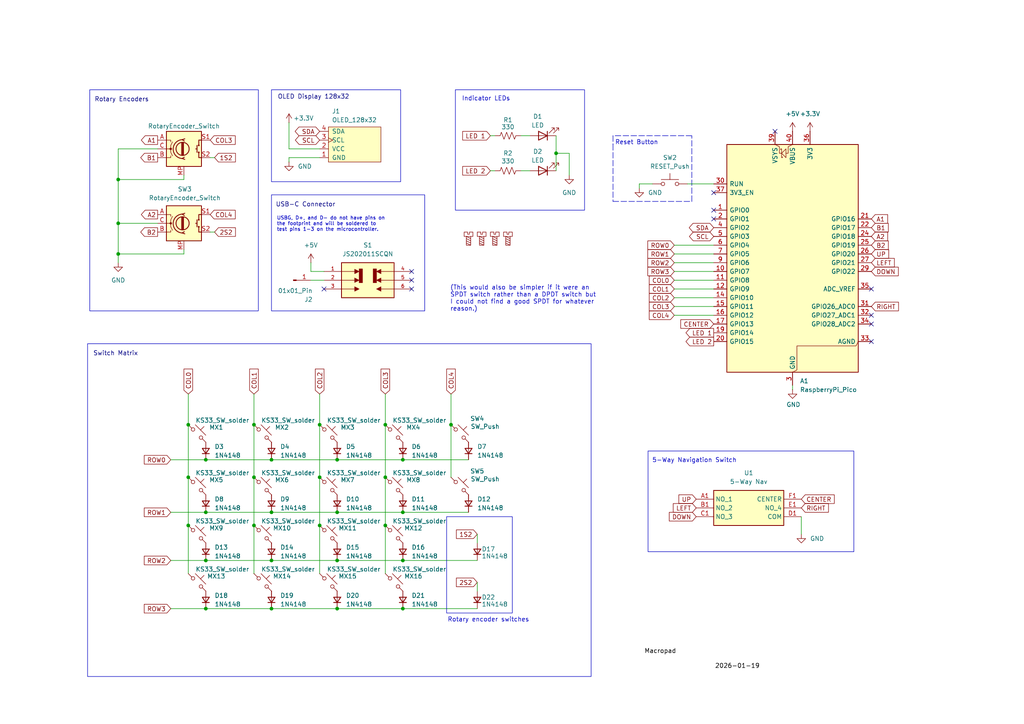
<source format=kicad_sch>
(kicad_sch (version 20250114) (generator "eeschema") (generator_version "9.0")
  (paper "A4")
  (rectangle (start 187.96 130.81) (end 247.65 160.02))
  (rectangle (start 132.08 26.035) (end 169.545 60.96))
  (rectangle (start 78.74 56.5149) (end 123.19 90.1699))
  (rectangle (start 78.74 26.035) (end 116.205 52.705))
  (rectangle (start 129.54 149.86) (end 148.59 177.8))
  (rectangle (start 25.4 99.695) (end 171.45 196.215))
  (rectangle (start 26.035 26.035) (end 74.93 90.17))
  (text "Rotary encoder switches" (at 129.794 179.832 0) (effects (font (size 1.27 1.27)) (justify left)))
  (text "USBG, D+, and D- do not have pins on\nthe footprint and will be soldered to\ntest pins 1-3 on the microcontroller." (at 80.264 65.024 0) (effects (font (size 1.016 1.016)) (justify left)))
  (text "Switch Matrix" (at 33.528 102.616 0) (effects (font (size 1.27 1.27))))
  (text "OLED Display 128x32" (at 90.932 28.194 0) (effects (font (size 1.27 1.27))))
  (text "USB-C Connector" (at 88.646 59.436 0) (effects (font (size 1.27 1.27))))
  (text "(This would also be simpler if it were an \nSPDT switch rather than a DPDT switch but \nI could not find a good SPDT for whatever \nreason.)\n" (at 130.556 86.614 0) (effects (font (size 1.27 1.27)) (justify left)))
  (text "2026-01-19" (at 213.868 193.294 0) (effects (font (size 1.27 1.27))))
  (text "Macropad" (at 191.516 188.976 0) (effects (font (size 1.27 1.27))))
  (text "Reset Button" (at 184.658 41.402 0) (effects (font (size 1.27 1.27))))
  (text "5-Way Navigation Switch" (at 201.422 133.604 0) (effects (font (size 1.27 1.27))))
  (text "Indicator LEDs" (at 140.97 28.702 0) (effects (font (size 1.27 1.27))))
  (text "Rotary Encoders" (at 35.306 28.956 0) (effects (font (size 1.27 1.27))))
  (junction (at 116.84 176.53))
  (junction (at 97.79 176.53))
  (junction (at 111.76 152.4))
  (junction (at 97.79 162.56))
  (junction (at 97.79 148.59))
  (junction (at 116.84 148.59))
  (junction (at 59.69 176.53))
  (junction (at 73.66 152.4))
  (junction (at 34.29 64.77))
  (junction (at 97.79 133.35))
  (junction (at 59.69 162.56))
  (junction (at 59.69 133.35))
  (junction (at 59.69 148.59))
  (junction (at 92.71 138.43))
  (junction (at 34.29 73.66))
  (junction (at 73.66 138.43))
  (junction (at 111.76 138.43))
  (junction (at 78.74 133.35))
  (junction (at 78.74 148.59))
  (junction (at 130.81 123.19))
  (junction (at 92.71 152.4))
  (junction (at 111.76 123.19))
  (junction (at 78.74 162.56))
  (junction (at 116.84 133.35))
  (junction (at 73.66 123.19))
  (junction (at 34.29 52.07))
  (junction (at 116.84 162.56))
  (junction (at 54.61 152.4))
  (junction (at 54.61 138.43))
  (junction (at 54.61 123.19))
  (junction (at 78.74 176.53))
  (junction (at 92.71 123.19))
  (junction (at 161.29 44.45))
  (no_connect (at 252.73 83.82))
  (no_connect (at 252.73 99.06))
  (no_connect (at 207.01 60.96))
  (no_connect (at 119.38 81.28))
  (no_connect (at 207.01 55.88))
  (no_connect (at 224.79 38.1))
  (no_connect (at 207.01 63.5))
  (no_connect (at 119.38 83.82))
  (no_connect (at 119.38 78.74))
  (no_connect (at 252.73 93.98))
  (no_connect (at 252.73 91.44))
  (no_connect (at 93.98 83.82))
  (wire (pts (xy 59.69 162.56) (xy 78.74 162.56)))
  (wire (pts (xy 116.84 176.53) (xy 138.43 176.53)))
  (wire (pts (xy 229.87 111.76) (xy 229.87 113.03)))
  (wire (pts (xy 111.76 138.43) (xy 111.76 152.4)))
  (wire (pts (xy 59.69 176.53) (xy 78.74 176.53)))
  (wire (pts (xy 49.53 133.35) (xy 59.69 133.35)))
  (wire (pts (xy 199.39 53.34) (xy 207.01 53.34)))
  (polyline (pts (xy 200.66 58.42) (xy 200.66 39.37)) (stroke (width 0) (type dash)))
  (wire (pts (xy 143.51 49.53) (xy 142.24 49.53)))
  (wire (pts (xy 165.1 44.45) (xy 165.1 50.8)))
  (wire (pts (xy 138.43 168.91) (xy 138.43 171.45)))
  (wire (pts (xy 62.23 45.72) (xy 60.96 45.72)))
  (wire (pts (xy 195.58 83.82) (xy 207.01 83.82)))
  (wire (pts (xy 97.79 133.35) (xy 116.84 133.35)))
  (wire (pts (xy 90.17 76.2) (xy 90.17 78.74)))
  (wire (pts (xy 161.29 44.45) (xy 165.1 44.45)))
  (wire (pts (xy 195.58 71.12) (xy 207.01 71.12)))
  (wire (pts (xy 54.61 138.43) (xy 54.61 152.4)))
  (wire (pts (xy 195.58 91.44) (xy 207.01 91.44)))
  (wire (pts (xy 78.74 133.35) (xy 97.79 133.35)))
  (wire (pts (xy 73.66 152.4) (xy 73.66 166.37)))
  (wire (pts (xy 54.61 114.3) (xy 54.61 123.19)))
  (wire (pts (xy 111.76 114.3) (xy 111.76 123.19)))
  (wire (pts (xy 54.61 123.19) (xy 54.61 138.43)))
  (wire (pts (xy 34.29 73.66) (xy 34.29 76.2)))
  (wire (pts (xy 83.82 43.18) (xy 92.71 43.18)))
  (wire (pts (xy 53.34 50.8) (xy 53.34 52.07)))
  (wire (pts (xy 90.17 81.28) (xy 93.98 81.28)))
  (wire (pts (xy 232.41 149.86) (xy 232.41 154.94)))
  (wire (pts (xy 49.53 162.56) (xy 59.69 162.56)))
  (wire (pts (xy 195.58 86.36) (xy 207.01 86.36)))
  (wire (pts (xy 130.81 123.19) (xy 130.81 138.43)))
  (wire (pts (xy 34.29 52.07) (xy 53.34 52.07)))
  (wire (pts (xy 78.74 148.59) (xy 97.79 148.59)))
  (wire (pts (xy 195.58 76.2) (xy 207.01 76.2)))
  (wire (pts (xy 59.69 133.35) (xy 78.74 133.35)))
  (wire (pts (xy 53.34 73.66) (xy 34.29 73.66)))
  (wire (pts (xy 92.71 138.43) (xy 92.71 152.4)))
  (wire (pts (xy 130.81 114.3) (xy 130.81 123.19)))
  (wire (pts (xy 93.98 78.74) (xy 90.17 78.74)))
  (polyline (pts (xy 177.8 58.42) (xy 200.66 58.42)) (stroke (width 0) (type dash)))
  (wire (pts (xy 116.84 133.35) (xy 135.89 133.35)))
  (wire (pts (xy 53.34 72.39) (xy 53.34 73.66)))
  (wire (pts (xy 34.29 64.77) (xy 34.29 73.66)))
  (wire (pts (xy 49.53 148.59) (xy 59.69 148.59)))
  (wire (pts (xy 111.76 123.19) (xy 111.76 138.43)))
  (wire (pts (xy 45.72 64.77) (xy 34.29 64.77)))
  (wire (pts (xy 62.23 67.31) (xy 60.96 67.31)))
  (wire (pts (xy 185.42 53.34) (xy 189.23 53.34)))
  (wire (pts (xy 161.29 44.45) (xy 161.29 49.53)))
  (wire (pts (xy 153.67 39.37) (xy 151.13 39.37)))
  (wire (pts (xy 49.53 176.53) (xy 59.69 176.53)))
  (polyline (pts (xy 177.8 41.91) (xy 177.8 58.42)) (stroke (width 0) (type dash)))
  (polyline (pts (xy 177.8 39.37) (xy 177.8 41.91)) (stroke (width 0) (type dash)))
  (wire (pts (xy 97.79 162.56) (xy 116.84 162.56)))
  (wire (pts (xy 195.58 73.66) (xy 207.01 73.66)))
  (wire (pts (xy 185.42 54.61) (xy 185.42 53.34)))
  (wire (pts (xy 195.58 81.28) (xy 207.01 81.28)))
  (wire (pts (xy 59.69 148.59) (xy 78.74 148.59)))
  (wire (pts (xy 73.66 114.3) (xy 73.66 123.19)))
  (wire (pts (xy 153.67 49.53) (xy 151.13 49.53)))
  (wire (pts (xy 34.29 43.18) (xy 45.72 43.18)))
  (wire (pts (xy 138.43 154.94) (xy 138.43 157.48)))
  (wire (pts (xy 83.82 35.56) (xy 83.82 43.18)))
  (wire (pts (xy 97.79 148.59) (xy 116.84 148.59)))
  (wire (pts (xy 34.29 52.07) (xy 34.29 64.77)))
  (wire (pts (xy 161.29 39.37) (xy 161.29 44.45)))
  (wire (pts (xy 116.84 162.56) (xy 138.43 162.56)))
  (wire (pts (xy 195.58 78.74) (xy 207.01 78.74)))
  (wire (pts (xy 111.76 152.4) (xy 111.76 166.37)))
  (wire (pts (xy 73.66 138.43) (xy 73.66 152.4)))
  (wire (pts (xy 143.51 39.37) (xy 142.24 39.37)))
  (wire (pts (xy 83.82 45.72) (xy 83.82 46.99)))
  (wire (pts (xy 83.82 45.72) (xy 92.71 45.72)))
  (wire (pts (xy 34.29 43.18) (xy 34.29 52.07)))
  (wire (pts (xy 92.71 114.3) (xy 92.71 123.19)))
  (polyline (pts (xy 200.66 39.37) (xy 177.8 39.37)) (stroke (width 0) (type dash)))
  (wire (pts (xy 97.79 176.53) (xy 116.84 176.53)))
  (wire (pts (xy 92.71 123.19) (xy 92.71 138.43)))
  (wire (pts (xy 54.61 152.4) (xy 54.61 166.37)))
  (wire (pts (xy 78.74 162.56) (xy 97.79 162.56)))
  (wire (pts (xy 73.66 123.19) (xy 73.66 138.43)))
  (wire (pts (xy 195.58 88.9) (xy 207.01 88.9)))
  (wire (pts (xy 92.71 152.4) (xy 92.71 166.37)))
  (wire (pts (xy 78.74 176.53) (xy 97.79 176.53)))
  (wire (pts (xy 116.84 148.59) (xy 135.89 148.59)))
  (global_label "A1" (shape input) (at 252.73 63.5 0) (property "Intersheetrefs" "${INTERSHEET_REFS}" (effects (hide yes))))
  (global_label "COL0" (shape input) (at 54.61 114.3 90) (property "Intersheetrefs" "${INTERSHEET_REFS}" (effects (hide yes))))
  (global_label "B1" (shape output) (at 45.72 45.72 180) (property "Intersheetrefs" "${INTERSHEET_REFS}" (effects (hide yes))))
  (global_label "B1" (shape input) (at 252.73 66.04 0) (property "Intersheetrefs" "${INTERSHEET_REFS}" (effects (hide yes))))
  (global_label "2S2" (shape input) (at 138.43 168.91 180) (property "Intersheetrefs" "${INTERSHEET_REFS}" (effects (hide yes))))
  (global_label "2S2" (shape input) (at 62.23 67.31 0) (property "Intersheetrefs" "${INTERSHEET_REFS}" (effects (hide yes))))
  (global_label "COL1" (shape input) (at 195.58 83.82 180) (property "Intersheetrefs" "${INTERSHEET_REFS}" (effects (hide yes))))
  (global_label "UP" (shape input) (at 252.73 73.66 0) (property "Intersheetrefs" "${INTERSHEET_REFS}" (effects (hide yes))))
  (global_label "COL1" (shape input) (at 73.66 114.3 90) (property "Intersheetrefs" "${INTERSHEET_REFS}" (effects (hide yes))))
  (global_label "COL4" (shape input) (at 60.96 62.23 0) (property "Intersheetrefs" "${INTERSHEET_REFS}" (effects (hide yes))))
  (global_label "LED 1" (shape output) (at 207.01 96.52 180) (property "Intersheetrefs" "${INTERSHEET_REFS}" (effects (hide yes))))
  (global_label "CENTER" (shape input) (at 232.41 144.78 0) (property "Intersheetrefs" "${INTERSHEET_REFS}" (effects (hide yes))))
  (global_label "1S2" (shape input) (at 138.43 154.94 180) (property "Intersheetrefs" "${INTERSHEET_REFS}" (effects (hide yes))))
  (global_label "B2" (shape input) (at 252.73 71.12 0) (property "Intersheetrefs" "${INTERSHEET_REFS}" (effects (hide yes))))
  (global_label "ROW1" (shape input) (at 195.58 73.66 180) (property "Intersheetrefs" "${INTERSHEET_REFS}" (effects (hide yes))))
  (global_label "B2" (shape output) (at 45.72 67.31 180) (property "Intersheetrefs" "${INTERSHEET_REFS}" (effects (hide yes))))
  (global_label "COL3" (shape input) (at 195.58 88.9 180) (property "Intersheetrefs" "${INTERSHEET_REFS}" (effects (hide yes))))
  (global_label "LEFT" (shape input) (at 201.93 147.32 180) (property "Intersheetrefs" "${INTERSHEET_REFS}" (effects (hide yes))))
  (global_label "ROW1" (shape input) (at 49.53 148.59 180) (property "Intersheetrefs" "${INTERSHEET_REFS}" (effects (hide yes))))
  (global_label "ROW2" (shape input) (at 195.58 76.2 180) (property "Intersheetrefs" "${INTERSHEET_REFS}" (effects (hide yes))))
  (global_label "LED 2" (shape input) (at 142.24 49.53 180) (property "Intersheetrefs" "${INTERSHEET_REFS}" (effects (hide yes))))
  (global_label "1S2" (shape input) (at 62.23 45.72 0) (property "Intersheetrefs" "${INTERSHEET_REFS}" (effects (hide yes))))
  (global_label "COL4" (shape input) (at 130.81 114.3 90) (property "Intersheetrefs" "${INTERSHEET_REFS}" (effects (hide yes))))
  (global_label "RIGHT" (shape input) (at 232.41 147.32 0) (property "Intersheetrefs" "${INTERSHEET_REFS}" (effects (hide yes))))
  (global_label "A2" (shape output) (at 45.72 62.23 180) (property "Intersheetrefs" "${INTERSHEET_REFS}" (effects (hide yes))))
  (global_label "A1" (shape output) (at 45.72 40.64 180) (property "Intersheetrefs" "${INTERSHEET_REFS}" (effects (hide yes))))
  (global_label "LEFT" (shape input) (at 252.73 76.2 0) (property "Intersheetrefs" "${INTERSHEET_REFS}" (effects (hide yes))))
  (global_label "UP" (shape input) (at 201.93 144.78 180) (property "Intersheetrefs" "${INTERSHEET_REFS}" (effects (hide yes))))
  (global_label "ROW0" (shape input) (at 195.58 71.12 180) (property "Intersheetrefs" "${INTERSHEET_REFS}" (effects (hide yes))))
  (global_label "LED 1" (shape input) (at 142.24 39.37 180) (property "Intersheetrefs" "${INTERSHEET_REFS}" (effects (hide yes))))
  (global_label "COL2" (shape input) (at 195.58 86.36 180) (property "Intersheetrefs" "${INTERSHEET_REFS}" (effects (hide yes))))
  (global_label "ROW0" (shape input) (at 49.53 133.35 180) (property "Intersheetrefs" "${INTERSHEET_REFS}" (effects (hide yes))))
  (global_label "SDA" (shape bidirectional) (at 92.71 38.1 180) (property "Intersheetrefs" "${INTERSHEET_REFS}" (effects (hide yes))))
  (global_label "ROW3" (shape input) (at 49.53 176.53 180) (property "Intersheetrefs" "${INTERSHEET_REFS}" (effects (hide yes))))
  (global_label "ROW3" (shape input) (at 195.58 78.74 180) (property "Intersheetrefs" "${INTERSHEET_REFS}" (effects (hide yes))))
  (global_label "COL2" (shape input) (at 92.71 114.3 90) (property "Intersheetrefs" "${INTERSHEET_REFS}" (effects (hide yes))))
  (global_label "COL3" (shape input) (at 60.96 40.64 0) (property "Intersheetrefs" "${INTERSHEET_REFS}" (effects (hide yes))))
  (global_label "COL0" (shape input) (at 195.58 81.28 180) (property "Intersheetrefs" "${INTERSHEET_REFS}" (effects (hide yes))))
  (global_label "SCL" (shape bidirectional) (at 207.01 68.58 180) (property "Intersheetrefs" "${INTERSHEET_REFS}" (effects (hide yes))))
  (global_label "ROW2" (shape input) (at 49.53 162.56 180) (property "Intersheetrefs" "${INTERSHEET_REFS}" (effects (hide yes))))
  (global_label "SDA" (shape bidirectional) (at 207.01 66.04 180) (property "Intersheetrefs" "${INTERSHEET_REFS}" (effects (hide yes))))
  (global_label "COL4" (shape input) (at 195.58 91.44 180) (property "Intersheetrefs" "${INTERSHEET_REFS}" (effects (hide yes))))
  (global_label "COL3" (shape input) (at 111.76 114.3 90) (property "Intersheetrefs" "${INTERSHEET_REFS}" (effects (hide yes))))
  (global_label "A2" (shape input) (at 252.73 68.58 0) (property "Intersheetrefs" "${INTERSHEET_REFS}" (effects (hide yes))))
  (global_label "CENTER" (shape input) (at 207.01 93.98 180) (property "Intersheetrefs" "${INTERSHEET_REFS}" (effects (hide yes))))
  (global_label "DOWN" (shape input) (at 252.73 78.74 0) (property "Intersheetrefs" "${INTERSHEET_REFS}" (effects (hide yes))))
  (global_label "RIGHT" (shape input) (at 252.73 88.9 0) (property "Intersheetrefs" "${INTERSHEET_REFS}" (effects (hide yes))))
  (global_label "LED 2" (shape output) (at 207.01 99.06 180) (property "Intersheetrefs" "${INTERSHEET_REFS}" (effects (hide yes))))
  (global_label "DOWN" (shape input) (at 201.93 149.86 180) (property "Intersheetrefs" "${INTERSHEET_REFS}" (effects (hide yes))))
  (global_label "SCL" (shape bidirectional) (at 92.71 40.64 180) (property "Intersheetrefs" "${INTERSHEET_REFS}" (effects (hide yes))))
  (symbol (lib_id "Switch:SW_Push_45deg") (at 76.2 168.91 0) (unit 1)
    (property "Reference" "MX14" (at 81.788 167.132 0))
    (property "Value" "KS33_SW_solder" (at 83.566 165.1 0))
    (property "Footprint" "Button_Switch_Keyboard:SW_Cherry_MX_1.50u_PCB" (effects (hide yes)))
    (property "Description" "Push button switch, normally open, two pins, 45° tilted" (effects (hide yes)))
  )
  (symbol (lib_id "Switch:SW_Push_45deg") (at 114.3 154.94 0) (unit 1)
    (property "Reference" "MX12" (at 119.888 153.162 0))
    (property "Value" "KS33_SW_solder" (at 121.666 151.13 0))
    (property "Footprint" "Button_Switch_Keyboard:SW_Cherry_MX_1.00u_PCB" (effects (hide yes)))
    (property "Description" "Push button switch, normally open, two pins, 45° tilted" (effects (hide yes)))
  )
  (symbol (lib_id "Device:RotaryEncoder_Switch_MP") (at 53.34 43.18 0) (unit 1)
    (property "Reference" "SW1" (effects (hide yes)))
    (property "Value" "RotaryEncoder_Switch" (at 53.34 36.576 0))
    (property "Footprint" "Rotary_Encoder:RotaryEncoder_Alps_EC11E-Switch_Vertical_H20mm" (effects (hide yes)))
    (property "Description" "Rotary encoder, dual channel, incremental quadrate outputs, with switch and MP Pin" (effects (hide yes)))
  )
  (symbol (lib_id "Device:D_Small") (at 135.89 146.05 90) (unit 1)
    (property "Reference" "D12" (at 138.43 144.7799 90) (effects (justify right)))
    (property "Value" "1N4148" (at 138.43 147.3199 90) (effects (justify right)))
    (property "Footprint" "macropad_components:Diode_DO-35" (effects (hide yes)))
    (property "Description" "Diode, small symbol" (effects (hide yes)))
    (property "Sim.Device" "D" (effects (hide yes)))
    (property "Sim.Pins" "1=K 2=A" (effects (hide yes)))
    (property "MF" "onsemi" (effects (hide yes)))
    (property "MAXIMUM_PACKAGE_HEIGHT" "1.91mm" (effects (hide yes)))
    (property "Package" "AXIAL LEAD-2 ON Semiconductor" (effects (hide yes)))
    (property "Price" "None" (effects (hide yes)))
    (property "Check_prices" "https://www.snapeda.com/parts/1N4148/Onsemi/view-part/?ref=eda" (effects (hide yes)))
    (property "STANDARD" "IPC-7351B" (effects (hide yes)))
    (property "PARTREV" "5" (effects (hide yes)))
    (property "SnapEDA_Link" "https://www.snapeda.com/parts/1N4148/Onsemi/view-part/?ref=snap" (effects (hide yes)))
    (property "MP" "1N4148" (effects (hide yes)))
    (property "Description_1" "Diode Standard 75V 200mA Surface Mount SOD-523F" (effects (hide yes)))
    (property "Availability" "In Stock" (effects (hide yes)))
    (property "MANUFACTURER" "Onsemi" (effects (hide yes)))
  )
  (symbol (lib_id "Switch:SW_Push_45deg") (at 95.25 125.73 0) (unit 1)
    (property "Reference" "MX3" (at 100.838 123.952 0))
    (property "Value" "KS33_SW_solder" (at 102.616 121.92 0))
    (property "Footprint" "Button_Switch_Keyboard:SW_Cherry_MX_1.00u_PCB" (effects (hide yes)))
    (property "Description" "Push button switch, normally open, two pins, 45° tilted" (effects (hide yes)))
  )
  (symbol (lib_id "Switch:SW_Push_45deg") (at 57.15 125.73 0) (unit 1)
    (property "Reference" "MX1" (at 62.738 123.952 0))
    (property "Value" "KS33_SW_solder" (at 64.516 121.92 0))
    (property "Footprint" "Button_Switch_Keyboard:SW_Cherry_MX_1.00u_PCB" (effects (hide yes)))
    (property "Description" "Push button switch, normally open, two pins, 45° tilted" (effects (hide yes)))
  )
  (symbol (lib_id "Auxiliary_Items:MountingScrew") (at 147.32 69.85 0) (unit 1) (in_bom no)
    (property "Reference" "H4" (effects (hide yes)))
    (property "Value" "MountingScrew" (effects (hide yes)))
    (property "Footprint" "MountingHole:MountingHole_2.2mm_M2" (effects (hide yes)))
    (property "Description" "Mounting screw" (effects (hide yes)))
  )
  (symbol (lib_id "ScottoKeebs:OLED_128x32") (at 95.25 41.91 0) (unit 1)
    (property "Reference" "J1" (at 96.266 32.258 0) (effects (justify left)))
    (property "Value" "OLED_128x32" (at 96.266 34.798 0) (effects (justify left)))
    (property "Footprint" "macropad_components:OLED_128x32" (effects (hide yes)))
  )
  (symbol (lib_id "power:+3.3V") (at 234.95 38.1 0) (unit 1)
    (property "Reference" "#PWR03" (effects (hide yes)))
    (property "Value" "+3.3V" (at 234.95 33.02 0))
    (property "Description" "Power symbol creates a global label with name \"+3.3V\"" (effects (hide yes)))
  )
  (symbol (lib_id "Auxiliary_Items:MountingScrew") (at 139.7 69.85 0) (unit 1) (in_bom no)
    (property "Reference" "H2" (effects (hide yes)))
    (property "Value" "MountingScrew" (effects (hide yes)))
    (property "Footprint" "MountingHole:MountingHole_2.2mm_M2" (effects (hide yes)))
    (property "Description" "Mounting screw" (effects (hide yes)))
  )
  (symbol (lib_id "JS202011SCQN:JS202011SCQN") (at 106.68 81.28 0) (unit 1)
    (property "Reference" "S1" (at 106.68 71.12 0))
    (property "Value" "JS202011SCQN" (at 106.68 73.66 0))
    (property "Footprint" "macropad_components:SW_JS202011SCQN" (effects (hide yes)))
    (property "MF" "C&K" (effects (hide yes)))
    (property "MAXIMUM_PACKAGE_HEIGHT" "5.5 mm" (effects (hide yes)))
    (property "Package" "None" (effects (hide yes)))
    (property "Price" "None" (effects (hide yes)))
    (property "Check_prices" "https://www.snapeda.com/parts/JS202011SCQN/C%2526K/view-part/?ref=eda" (effects (hide yes)))
    (property "STANDARD" "Manufacturer Recommendations" (effects (hide yes)))
    (property "PARTREV" "26 May 22" (effects (hide yes)))
    (property "SnapEDA_Link" "https://www.snapeda.com/parts/JS202011SCQN/C%2526K/view-part/?ref=snap" (effects (hide yes)))
    (property "MP" "JS202011SCQN" (effects (hide yes)))
    (property "Description_1" "Slide Switch DPDT Surface Mount" (effects (hide yes)))
    (property "MANUFACTURER" "C&K" (effects (hide yes)))
    (property "Availability" "In Stock" (effects (hide yes)))
    (property "SNAPEDA_PN" "JS202011SCQN" (effects (hide yes)))
  )
  (symbol (lib_id "Device:D_Small") (at 78.74 160.02 90) (unit 1)
    (property "Reference" "D14" (at 81.28 158.7499 90) (effects (justify right)))
    (property "Value" "1N4148" (at 81.28 161.2899 90) (effects (justify right)))
    (property "Footprint" "macropad_components:Diode_DO-35" (effects (hide yes)))
    (property "Description" "Diode, small symbol" (effects (hide yes)))
    (property "Sim.Device" "D" (effects (hide yes)))
    (property "Sim.Pins" "1=K 2=A" (effects (hide yes)))
    (property "MF" "onsemi" (effects (hide yes)))
    (property "MAXIMUM_PACKAGE_HEIGHT" "1.91mm" (effects (hide yes)))
    (property "Package" "AXIAL LEAD-2 ON Semiconductor" (effects (hide yes)))
    (property "Price" "None" (effects (hide yes)))
    (property "Check_prices" "https://www.snapeda.com/parts/1N4148/Onsemi/view-part/?ref=eda" (effects (hide yes)))
    (property "STANDARD" "IPC-7351B" (effects (hide yes)))
    (property "PARTREV" "5" (effects (hide yes)))
    (property "SnapEDA_Link" "https://www.snapeda.com/parts/1N4148/Onsemi/view-part/?ref=snap" (effects (hide yes)))
    (property "MP" "1N4148" (effects (hide yes)))
    (property "Description_1" "Diode Standard 75V 200mA Surface Mount SOD-523F" (effects (hide yes)))
    (property "Availability" "In Stock" (effects (hide yes)))
    (property "MANUFACTURER" "Onsemi" (effects (hide yes)))
  )
  (symbol (lib_id "Device:RotaryEncoder_Switch_MP") (at 53.34 64.77 0) (unit 1)
    (property "Reference" "SW3" (at 53.594 54.864 0))
    (property "Value" "RotaryEncoder_Switch" (at 53.594 57.404 0))
    (property "Footprint" "Rotary_Encoder:RotaryEncoder_Alps_EC11E-Switch_Vertical_H20mm" (effects (hide yes)))
    (property "Description" "Rotary encoder, dual channel, incremental quadrate outputs, with switch and MP Pin" (effects (hide yes)))
  )
  (symbol (lib_id "Switch:SW_Push_45deg") (at 95.25 168.91 0) (unit 1)
    (property "Reference" "MX15" (at 100.838 167.132 0))
    (property "Value" "KS33_SW_solder" (at 102.616 165.1 0))
    (property "Footprint" "Button_Switch_Keyboard:SW_Cherry_MX_1.00u_PCB" (effects (hide yes)))
    (property "Description" "Push button switch, normally open, two pins, 45° tilted" (effects (hide yes)))
  )
  (symbol (lib_id "Device:D_Small") (at 97.79 173.99 90) (unit 1)
    (property "Reference" "D20" (at 100.33 172.7199 90) (effects (justify right)))
    (property "Value" "1N4148" (at 100.33 175.2599 90) (effects (justify right)))
    (property "Footprint" "macropad_components:Diode_DO-35" (effects (hide yes)))
    (property "Description" "Diode, small symbol" (effects (hide yes)))
    (property "Sim.Device" "D" (effects (hide yes)))
    (property "Sim.Pins" "1=K 2=A" (effects (hide yes)))
    (property "MF" "onsemi" (effects (hide yes)))
    (property "MAXIMUM_PACKAGE_HEIGHT" "1.91mm" (effects (hide yes)))
    (property "Package" "AXIAL LEAD-2 ON Semiconductor" (effects (hide yes)))
    (property "Price" "None" (effects (hide yes)))
    (property "Check_prices" "https://www.snapeda.com/parts/1N4148/Onsemi/view-part/?ref=eda" (effects (hide yes)))
    (property "STANDARD" "IPC-7351B" (effects (hide yes)))
    (property "PARTREV" "5" (effects (hide yes)))
    (property "SnapEDA_Link" "https://www.snapeda.com/parts/1N4148/Onsemi/view-part/?ref=snap" (effects (hide yes)))
    (property "MP" "1N4148" (effects (hide yes)))
    (property "Description_1" "Diode Standard 75V 200mA Surface Mount SOD-523F" (effects (hide yes)))
    (property "Availability" "In Stock" (effects (hide yes)))
    (property "MANUFACTURER" "Onsemi" (effects (hide yes)))
  )
  (symbol (lib_id "Device:D_Small") (at 116.84 173.99 90) (unit 1)
    (property "Reference" "D21" (at 119.38 172.7199 90) (effects (justify right)))
    (property "Value" "1N4148" (at 119.38 175.2599 90) (effects (justify right)))
    (property "Footprint" "macropad_components:Diode_DO-35" (effects (hide yes)))
    (property "Description" "Diode, small symbol" (effects (hide yes)))
    (property "Sim.Device" "D" (effects (hide yes)))
    (property "Sim.Pins" "1=K 2=A" (effects (hide yes)))
    (property "MF" "onsemi" (effects (hide yes)))
    (property "MAXIMUM_PACKAGE_HEIGHT" "1.91mm" (effects (hide yes)))
    (property "Package" "AXIAL LEAD-2 ON Semiconductor" (effects (hide yes)))
    (property "Price" "None" (effects (hide yes)))
    (property "Check_prices" "https://www.snapeda.com/parts/1N4148/Onsemi/view-part/?ref=eda" (effects (hide yes)))
    (property "STANDARD" "IPC-7351B" (effects (hide yes)))
    (property "PARTREV" "5" (effects (hide yes)))
    (property "SnapEDA_Link" "https://www.snapeda.com/parts/1N4148/Onsemi/view-part/?ref=snap" (effects (hide yes)))
    (property "MP" "1N4148" (effects (hide yes)))
    (property "Description_1" "Diode Standard 75V 200mA Surface Mount SOD-523F" (effects (hide yes)))
    (property "Availability" "In Stock" (effects (hide yes)))
    (property "MANUFACTURER" "Onsemi" (effects (hide yes)))
  )
  (symbol (lib_id "Device:D_Small") (at 59.69 160.02 90) (unit 1)
    (property "Reference" "D13" (at 62.23 158.7499 90) (effects (justify right)))
    (property "Value" "1N4148" (at 62.23 161.2899 90) (effects (justify right)))
    (property "Footprint" "macropad_components:Diode_DO-35" (effects (hide yes)))
    (property "Description" "Diode, small symbol" (effects (hide yes)))
    (property "Sim.Device" "D" (effects (hide yes)))
    (property "Sim.Pins" "1=K 2=A" (effects (hide yes)))
    (property "MF" "onsemi" (effects (hide yes)))
    (property "MAXIMUM_PACKAGE_HEIGHT" "1.91mm" (effects (hide yes)))
    (property "Package" "AXIAL LEAD-2 ON Semiconductor" (effects (hide yes)))
    (property "Price" "None" (effects (hide yes)))
    (property "Check_prices" "https://www.snapeda.com/parts/1N4148/Onsemi/view-part/?ref=eda" (effects (hide yes)))
    (property "STANDARD" "IPC-7351B" (effects (hide yes)))
    (property "PARTREV" "5" (effects (hide yes)))
    (property "SnapEDA_Link" "https://www.snapeda.com/parts/1N4148/Onsemi/view-part/?ref=snap" (effects (hide yes)))
    (property "MP" "1N4148" (effects (hide yes)))
    (property "Description_1" "Diode Standard 75V 200mA Surface Mount SOD-523F" (effects (hide yes)))
    (property "Availability" "In Stock" (effects (hide yes)))
    (property "MANUFACTURER" "Onsemi" (effects (hide yes)))
  )
  (symbol (lib_id "Device:D_Small") (at 116.84 146.05 90) (unit 1)
    (property "Reference" "D11" (at 119.38 144.7799 90) (effects (justify right)))
    (property "Value" "1N4148" (at 119.38 147.3199 90) (effects (justify right)))
    (property "Footprint" "macropad_components:Diode_DO-35" (effects (hide yes)))
    (property "Description" "Diode, small symbol" (effects (hide yes)))
    (property "Sim.Device" "D" (effects (hide yes)))
    (property "Sim.Pins" "1=K 2=A" (effects (hide yes)))
    (property "MF" "onsemi" (effects (hide yes)))
    (property "MAXIMUM_PACKAGE_HEIGHT" "1.91mm" (effects (hide yes)))
    (property "Package" "AXIAL LEAD-2 ON Semiconductor" (effects (hide yes)))
    (property "Price" "None" (effects (hide yes)))
    (property "Check_prices" "https://www.snapeda.com/parts/1N4148/Onsemi/view-part/?ref=eda" (effects (hide yes)))
    (property "STANDARD" "IPC-7351B" (effects (hide yes)))
    (property "PARTREV" "5" (effects (hide yes)))
    (property "SnapEDA_Link" "https://www.snapeda.com/parts/1N4148/Onsemi/view-part/?ref=snap" (effects (hide yes)))
    (property "MP" "1N4148" (effects (hide yes)))
    (property "Description_1" "Diode Standard 75V 200mA Surface Mount SOD-523F" (effects (hide yes)))
    (property "Availability" "In Stock" (effects (hide yes)))
    (property "MANUFACTURER" "Onsemi" (effects (hide yes)))
  )
  (symbol (lib_id "Switch:SW_Push_45deg") (at 76.2 125.73 0) (unit 1)
    (property "Reference" "MX2" (at 81.788 123.952 0))
    (property "Value" "KS33_SW_solder" (at 83.566 121.92 0))
    (property "Footprint" "Button_Switch_Keyboard:SW_Cherry_MX_1.00u_PCB" (effects (hide yes)))
    (property "Description" "Push button switch, normally open, two pins, 45° tilted" (effects (hide yes)))
  )
  (symbol (lib_id "Device:LED") (at 157.48 49.53 180) (unit 1)
    (property "Reference" "D2" (at 155.956 43.942 0))
    (property "Value" "LED" (at 155.956 46.482 0))
    (property "Footprint" "LED_THT:LED_D3.0mm" (effects (hide yes)))
    (property "Description" "Light emitting diode" (effects (hide yes)))
    (property "Sim.Pins" "1=K 2=A" (effects (hide yes)))
  )
  (symbol (lib_id "power:GND") (at 229.87 113.03 0) (unit 1)
    (property "Reference" "#PWR09" (effects (hide yes)))
    (property "Value" "GND" (at 230.124 117.348 0))
    (property "Description" "Power symbol creates a global label with name \"GND\" , ground" (effects (hide yes)))
  )
  (symbol (lib_id "Device:D_Small") (at 135.89 130.81 90) (unit 1)
    (property "Reference" "D7" (at 138.43 129.5399 90) (effects (justify right)))
    (property "Value" "1N4148" (at 138.43 132.0799 90) (effects (justify right)))
    (property "Footprint" "macropad_components:Diode_DO-35" (effects (hide yes)))
    (property "Description" "Diode, small symbol" (effects (hide yes)))
    (property "Sim.Device" "D" (effects (hide yes)))
    (property "Sim.Pins" "1=K 2=A" (effects (hide yes)))
    (property "MF" "onsemi" (effects (hide yes)))
    (property "MAXIMUM_PACKAGE_HEIGHT" "1.91mm" (effects (hide yes)))
    (property "Package" "AXIAL LEAD-2 ON Semiconductor" (effects (hide yes)))
    (property "Price" "None" (effects (hide yes)))
    (property "Check_prices" "https://www.snapeda.com/parts/1N4148/Onsemi/view-part/?ref=eda" (effects (hide yes)))
    (property "STANDARD" "IPC-7351B" (effects (hide yes)))
    (property "PARTREV" "5" (effects (hide yes)))
    (property "SnapEDA_Link" "https://www.snapeda.com/parts/1N4148/Onsemi/view-part/?ref=snap" (effects (hide yes)))
    (property "MP" "1N4148" (effects (hide yes)))
    (property "Description_1" "Diode Standard 75V 200mA Surface Mount SOD-523F" (effects (hide yes)))
    (property "Availability" "In Stock" (effects (hide yes)))
    (property "MANUFACTURER" "Onsemi" (effects (hide yes)))
  )
  (symbol (lib_id "Device:D_Small") (at 78.74 146.05 90) (unit 1)
    (property "Reference" "D9" (at 81.28 144.7799 90) (effects (justify right)))
    (property "Value" "1N4148" (at 81.28 147.3199 90) (effects (justify right)))
    (property "Footprint" "macropad_components:Diode_DO-35" (effects (hide yes)))
    (property "Description" "Diode, small symbol" (effects (hide yes)))
    (property "Sim.Device" "D" (effects (hide yes)))
    (property "Sim.Pins" "1=K 2=A" (effects (hide yes)))
    (property "MF" "onsemi" (effects (hide yes)))
    (property "MAXIMUM_PACKAGE_HEIGHT" "1.91mm" (effects (hide yes)))
    (property "Package" "AXIAL LEAD-2 ON Semiconductor" (effects (hide yes)))
    (property "Price" "None" (effects (hide yes)))
    (property "Check_prices" "https://www.snapeda.com/parts/1N4148/Onsemi/view-part/?ref=eda" (effects (hide yes)))
    (property "STANDARD" "IPC-7351B" (effects (hide yes)))
    (property "PARTREV" "5" (effects (hide yes)))
    (property "SnapEDA_Link" "https://www.snapeda.com/parts/1N4148/Onsemi/view-part/?ref=snap" (effects (hide yes)))
    (property "MP" "1N4148" (effects (hide yes)))
    (property "Description_1" "Diode Standard 75V 200mA Surface Mount SOD-523F" (effects (hide yes)))
    (property "Availability" "In Stock" (effects (hide yes)))
    (property "MANUFACTURER" "Onsemi" (effects (hide yes)))
  )
  (symbol (lib_id "Switch:SW_Push_45deg") (at 76.2 154.94 0) (unit 1)
    (property "Reference" "MX10" (at 81.788 153.162 0))
    (property "Value" "KS33_SW_solder" (at 83.566 151.13 0))
    (property "Footprint" "Button_Switch_Keyboard:SW_Cherry_MX_1.00u_PCB" (effects (hide yes)))
    (property "Description" "Push button switch, normally open, two pins, 45° tilted" (effects (hide yes)))
  )
  (symbol (lib_id "Switch:SW_Push_45deg") (at 95.25 140.97 0) (unit 1)
    (property "Reference" "MX7" (at 100.838 139.192 0))
    (property "Value" "KS33_SW_solder" (at 102.616 137.16 0))
    (property "Footprint" "Button_Switch_Keyboard:SW_Cherry_MX_1.00u_PCB" (effects (hide yes)))
    (property "Description" "Push button switch, normally open, two pins, 45° tilted" (effects (hide yes)))
  )
  (symbol (lib_id "Device:D_Small") (at 116.84 130.81 90) (unit 1)
    (property "Reference" "D6" (at 119.38 129.5399 90) (effects (justify right)))
    (property "Value" "1N4148" (at 119.38 132.0799 90) (effects (justify right)))
    (property "Footprint" "macropad_components:Diode_DO-35" (effects (hide yes)))
    (property "Description" "Diode, small symbol" (effects (hide yes)))
    (property "Sim.Device" "D" (effects (hide yes)))
    (property "Sim.Pins" "1=K 2=A" (effects (hide yes)))
    (property "MF" "onsemi" (effects (hide yes)))
    (property "MAXIMUM_PACKAGE_HEIGHT" "1.91mm" (effects (hide yes)))
    (property "Package" "AXIAL LEAD-2 ON Semiconductor" (effects (hide yes)))
    (property "Price" "None" (effects (hide yes)))
    (property "Check_prices" "https://www.snapeda.com/parts/1N4148/Onsemi/view-part/?ref=eda" (effects (hide yes)))
    (property "STANDARD" "IPC-7351B" (effects (hide yes)))
    (property "PARTREV" "5" (effects (hide yes)))
    (property "SnapEDA_Link" "https://www.snapeda.com/parts/1N4148/Onsemi/view-part/?ref=snap" (effects (hide yes)))
    (property "MP" "1N4148" (effects (hide yes)))
    (property "Description_1" "Diode Standard 75V 200mA Surface Mount SOD-523F" (effects (hide yes)))
    (property "Availability" "In Stock" (effects (hide yes)))
    (property "MANUFACTURER" "Onsemi" (effects (hide yes)))
  )
  (symbol (lib_id "Switch:SW_Push_45deg") (at 114.3 125.73 0) (unit 1)
    (property "Reference" "MX4" (at 119.888 123.952 0))
    (property "Value" "KS33_SW_solder" (at 121.666 121.92 0))
    (property "Footprint" "Button_Switch_Keyboard:SW_Cherry_MX_1.00u_PCB" (effects (hide yes)))
    (property "Description" "Push button switch, normally open, two pins, 45° tilted" (effects (hide yes)))
  )
  (symbol (lib_id "Device:R_US") (at 147.32 39.37 90) (unit 1)
    (property "Reference" "R1" (at 147.32 34.798 90))
    (property "Value" "330" (at 147.32 36.83 90))
    (property "Footprint" "Resistor_THT:R_Axial_DIN0207_L6.3mm_D2.5mm_P10.16mm_Horizontal" (effects (hide yes)))
    (property "Description" "Resistor, US symbol" (effects (hide yes)))
  )
  (symbol (lib_id "Switch:SW_Push_45deg") (at 76.2 140.97 0) (unit 1)
    (property "Reference" "MX6" (at 81.788 139.192 0))
    (property "Value" "KS33_SW_solder" (at 83.566 137.16 0))
    (property "Footprint" "Button_Switch_Keyboard:SW_Cherry_MX_1.00u_PCB" (effects (hide yes)))
    (property "Description" "Push button switch, normally open, two pins, 45° tilted" (effects (hide yes)))
  )
  (symbol (lib_id "power:+5V") (at 90.17 76.2 0) (unit 1)
    (property "Reference" "#PWR08" (effects (hide yes)))
    (property "Value" "+5V" (at 90.17 71.12 0))
    (property "Description" "Power symbol creates a global label with name \"+5V\"" (effects (hide yes)))
  )
  (symbol (lib_id "Switch:SW_Push") (at 194.31 53.34 0) (unit 1)
    (property "Reference" "SW2" (at 194.31 45.72 0))
    (property "Value" "RESET_Push" (at 194.31 48.26 0))
    (property "Footprint" "Button_Switch_SMD:SW_Tactile_SPST_NO_Straight_CK_PTS636Sx25SMTRLFS" (effects (hide yes)))
    (property "Description" "Push button switch, generic, two pins" (effects (hide yes)))
  )
  (symbol (lib_id "power:GND") (at 83.82 46.99 0) (unit 1)
    (property "Reference" "#PWR04" (effects (hide yes)))
    (property "Value" "GND" (at 86.36 48.2599 0) (effects (justify left)))
    (property "Description" "Power symbol creates a global label with name \"GND\" , ground" (effects (hide yes)))
  )
  (symbol (lib_id "power:+5V") (at 229.87 38.1 0) (unit 1)
    (property "Reference" "#PWR02" (effects (hide yes)))
    (property "Value" "+5V" (at 229.87 33.02 0))
    (property "Description" "Power symbol creates a global label with name \"+5V\"" (effects (hide yes)))
  )
  (symbol (lib_id "Switch:SW_Push_45deg") (at 57.15 168.91 0) (unit 1)
    (property "Reference" "MX13" (at 62.738 167.132 0))
    (property "Value" "KS33_SW_solder" (at 64.516 165.1 0))
    (property "Footprint" "Button_Switch_Keyboard:SW_Cherry_MX_1.50u_PCB" (effects (hide yes)))
    (property "Description" "Push button switch, normally open, two pins, 45° tilted" (effects (hide yes)))
  )
  (symbol (lib_id "Device:D_Small") (at 97.79 160.02 90) (unit 1)
    (property "Reference" "D15" (at 100.33 158.7499 90) (effects (justify right)))
    (property "Value" "1N4148" (at 100.33 161.2899 90) (effects (justify right)))
    (property "Footprint" "macropad_components:Diode_DO-35" (effects (hide yes)))
    (property "Description" "Diode, small symbol" (effects (hide yes)))
    (property "Sim.Device" "D" (effects (hide yes)))
    (property "Sim.Pins" "1=K 2=A" (effects (hide yes)))
    (property "MF" "onsemi" (effects (hide yes)))
    (property "MAXIMUM_PACKAGE_HEIGHT" "1.91mm" (effects (hide yes)))
    (property "Package" "AXIAL LEAD-2 ON Semiconductor" (effects (hide yes)))
    (property "Price" "None" (effects (hide yes)))
    (property "Check_prices" "https://www.snapeda.com/parts/1N4148/Onsemi/view-part/?ref=eda" (effects (hide yes)))
    (property "STANDARD" "IPC-7351B" (effects (hide yes)))
    (property "PARTREV" "5" (effects (hide yes)))
    (property "SnapEDA_Link" "https://www.snapeda.com/parts/1N4148/Onsemi/view-part/?ref=snap" (effects (hide yes)))
    (property "MP" "1N4148" (effects (hide yes)))
    (property "Description_1" "Diode Standard 75V 200mA Surface Mount SOD-523F" (effects (hide yes)))
    (property "Availability" "In Stock" (effects (hide yes)))
    (property "MANUFACTURER" "Onsemi" (effects (hide yes)))
  )
  (symbol (lib_id "Device:D_Small") (at 97.79 146.05 90) (unit 1)
    (property "Reference" "D10" (at 100.33 144.7799 90) (effects (justify right)))
    (property "Value" "1N4148" (at 100.33 147.3199 90) (effects (justify right)))
    (property "Footprint" "macropad_components:Diode_DO-35" (effects (hide yes)))
    (property "Description" "Diode, small symbol" (effects (hide yes)))
    (property "Sim.Device" "D" (effects (hide yes)))
    (property "Sim.Pins" "1=K 2=A" (effects (hide yes)))
    (property "MF" "onsemi" (effects (hide yes)))
    (property "MAXIMUM_PACKAGE_HEIGHT" "1.91mm" (effects (hide yes)))
    (property "Package" "AXIAL LEAD-2 ON Semiconductor" (effects (hide yes)))
    (property "Price" "None" (effects (hide yes)))
    (property "Check_prices" "https://www.snapeda.com/parts/1N4148/Onsemi/view-part/?ref=eda" (effects (hide yes)))
    (property "STANDARD" "IPC-7351B" (effects (hide yes)))
    (property "PARTREV" "5" (effects (hide yes)))
    (property "SnapEDA_Link" "https://www.snapeda.com/parts/1N4148/Onsemi/view-part/?ref=snap" (effects (hide yes)))
    (property "MP" "1N4148" (effects (hide yes)))
    (property "Description_1" "Diode Standard 75V 200mA Surface Mount SOD-523F" (effects (hide yes)))
    (property "Availability" "In Stock" (effects (hide yes)))
    (property "MANUFACTURER" "Onsemi" (effects (hide yes)))
  )
  (symbol (lib_id "Device:D_Small") (at 59.69 146.05 90) (unit 1)
    (property "Reference" "D8" (at 62.23 144.7799 90) (effects (justify right)))
    (property "Value" "1N4148" (at 62.23 147.3199 90) (effects (justify right)))
    (property "Footprint" "macropad_components:Diode_DO-35" (effects (hide yes)))
    (property "Description" "Diode, small symbol" (effects (hide yes)))
    (property "Sim.Device" "D" (effects (hide yes)))
    (property "Sim.Pins" "1=K 2=A" (effects (hide yes)))
    (property "MF" "onsemi" (effects (hide yes)))
    (property "MAXIMUM_PACKAGE_HEIGHT" "1.91mm" (effects (hide yes)))
    (property "Package" "AXIAL LEAD-2 ON Semiconductor" (effects (hide yes)))
    (property "Price" "None" (effects (hide yes)))
    (property "Check_prices" "https://www.snapeda.com/parts/1N4148/Onsemi/view-part/?ref=eda" (effects (hide yes)))
    (property "STANDARD" "IPC-7351B" (effects (hide yes)))
    (property "PARTREV" "5" (effects (hide yes)))
    (property "SnapEDA_Link" "https://www.snapeda.com/parts/1N4148/Onsemi/view-part/?ref=snap" (effects (hide yes)))
    (property "MP" "1N4148" (effects (hide yes)))
    (property "Description_1" "Diode Standard 75V 200mA Surface Mount SOD-523F" (effects (hide yes)))
    (property "Availability" "In Stock" (effects (hide yes)))
    (property "MANUFACTURER" "Onsemi" (effects (hide yes)))
  )
  (symbol (lib_id "Switch:SW_Push_45deg") (at 57.15 154.94 0) (unit 1)
    (property "Reference" "MX9" (at 62.738 153.162 0))
    (property "Value" "KS33_SW_solder" (at 64.516 151.13 0))
    (property "Footprint" "Button_Switch_Keyboard:SW_Cherry_MX_1.00u_PCB" (effects (hide yes)))
    (property "Description" "Push button switch, normally open, two pins, 45° tilted" (effects (hide yes)))
  )
  (symbol (lib_id "Device:D_Small") (at 59.69 173.99 90) (unit 1)
    (property "Reference" "D18" (at 62.23 172.7199 90) (effects (justify right)))
    (property "Value" "1N4148" (at 62.23 175.2599 90) (effects (justify right)))
    (property "Footprint" "macropad_components:Diode_DO-35" (effects (hide yes)))
    (property "Description" "Diode, small symbol" (effects (hide yes)))
    (property "Sim.Device" "D" (effects (hide yes)))
    (property "Sim.Pins" "1=K 2=A" (effects (hide yes)))
    (property "MF" "onsemi" (effects (hide yes)))
    (property "MAXIMUM_PACKAGE_HEIGHT" "1.91mm" (effects (hide yes)))
    (property "Package" "AXIAL LEAD-2 ON Semiconductor" (effects (hide yes)))
    (property "Price" "None" (effects (hide yes)))
    (property "Check_prices" "https://www.snapeda.com/parts/1N4148/Onsemi/view-part/?ref=eda" (effects (hide yes)))
    (property "STANDARD" "IPC-7351B" (effects (hide yes)))
    (property "PARTREV" "5" (effects (hide yes)))
    (property "SnapEDA_Link" "https://www.snapeda.com/parts/1N4148/Onsemi/view-part/?ref=snap" (effects (hide yes)))
    (property "MP" "1N4148" (effects (hide yes)))
    (property "Description_1" "Diode Standard 75V 200mA Surface Mount SOD-523F" (effects (hide yes)))
    (property "Availability" "In Stock" (effects (hide yes)))
    (property "MANUFACTURER" "Onsemi" (effects (hide yes)))
  )
  (symbol (lib_id "power:GND") (at 34.29 76.2 0) (unit 1)
    (property "Reference" "#PWR07" (effects (hide yes)))
    (property "Value" "GND" (at 34.29 81.28 0))
    (property "Description" "Power symbol creates a global label with name \"GND\" , ground" (effects (hide yes)))
  )
  (symbol (lib_id "MU-AS90R:MU-AS90R") (at 201.93 144.78 0) (unit 1)
    (property "Reference" "U1" (at 217.17 137.16 0))
    (property "Value" "5-Way Nav" (at 217.17 139.7 0))
    (property "Footprint" "macropad_components:MUAS90R" (effects (hide yes)))
    (property "Datasheet" "https://www.apem.com/idec-apem/en_US/medias/PCB-MU-serie.pdf?context=bWFzdGVyfGRvY3VtZW50c3w0MTk2OTF8YXBwbGljYXRpb24vcGRmfGg2ZC9oMGEvOTQ2NDU3NTQyNjU5MC9QQ0JfTVVfc2VyaWUucGRmfDhmZDg0OWQ5ZjViYWFlZjljODY5ZmI3YmMzY2U3MzBjNmNiMzE0MzZkY2ZmMjQ4ZGRjNTJjOWQ0ZTc0NG" (effects (hide yes)))
    (property "Description" "Multi-Directional Switches 5-way Switch, SMD, Height 9mm" (effects (hide yes)))
    (property "MF" "ALPS" (effects (hide yes)))
    (property "Description_1" "PCB Stick switch 4 directional" (effects (hide yes)))
    (property "Package" "None" (effects (hide yes)))
    (property "Price" "None" (effects (hide yes)))
    (property "SnapEDA_Link" "https://www.snapeda.com/parts/SKQUAAA010/ALPS/view-part/?ref=snap" (effects (hide yes)))
    (property "MP" "SKQUAAA010" (effects (hide yes)))
    (property "Availability" "In Stock" (effects (hide yes)))
    (property "Check_prices" "https://www.snapeda.com/parts/SKQUAAA010/ALPS/view-part/?ref=eda" (effects (hide yes)))
    (property "Height" "9.2" (effects (hide yes)))
    (property "Manufacturer_Name" "Apem" (effects (hide yes)))
    (property "Manufacturer_Part_Number" "MU-AS90R" (effects (hide yes)))
    (property "Mouser Part Number" "642-MU-AS90R" (effects (hide yes)))
    (property "Mouser Price/Stock" "https://www.mouser.co.uk/ProductDetail/Apem/MU-AS90R?qs=mELouGlnn3cGEpjh4y0%2F8w%3D%3D" (effects (hide yes)))
  )
  (symbol (lib_id "Device:D_Small") (at 59.69 130.81 90) (unit 1)
    (property "Reference" "D3" (at 62.23 129.5399 90) (effects (justify right)))
    (property "Value" "1N4148" (at 62.23 132.0799 90) (effects (justify right)))
    (property "Footprint" "macropad_components:Diode_DO-35" (effects (hide yes)))
    (property "Description" "Diode, small symbol" (effects (hide yes)))
    (property "Sim.Device" "D" (effects (hide yes)))
    (property "Sim.Pins" "1=K 2=A" (effects (hide yes)))
    (property "MF" "onsemi" (effects (hide yes)))
    (property "MAXIMUM_PACKAGE_HEIGHT" "1.91mm" (effects (hide yes)))
    (property "Package" "AXIAL LEAD-2 ON Semiconductor" (effects (hide yes)))
    (property "Price" "None" (effects (hide yes)))
    (property "Check_prices" "https://www.snapeda.com/parts/1N4148/Onsemi/view-part/?ref=eda" (effects (hide yes)))
    (property "STANDARD" "IPC-7351B" (effects (hide yes)))
    (property "PARTREV" "5" (effects (hide yes)))
    (property "SnapEDA_Link" "https://www.snapeda.com/parts/1N4148/Onsemi/view-part/?ref=snap" (effects (hide yes)))
    (property "MP" "1N4148" (effects (hide yes)))
    (property "Description_1" "Diode Standard 75V 200mA Surface Mount SOD-523F" (effects (hide yes)))
    (property "Availability" "In Stock" (effects (hide yes)))
    (property "MANUFACTURER" "Onsemi" (effects (hide yes)))
  )
  (symbol (lib_id "Auxiliary_Items:MountingScrew") (at 135.89 69.85 0) (unit 1) (in_bom no)
    (property "Reference" "H1" (effects (hide yes)))
    (property "Value" "MountingScrew" (effects (hide yes)))
    (property "Footprint" "MountingHole:MountingHole_2.2mm_M2" (effects (hide yes)))
    (property "Description" "Mounting screw" (effects (hide yes)))
  )
  (symbol (lib_id "Device:R_US") (at 147.32 49.53 90) (unit 1)
    (property "Reference" "R2" (at 147.32 44.45 90))
    (property "Value" "330" (at 147.32 46.736 90))
    (property "Footprint" "Resistor_THT:R_Axial_DIN0207_L6.3mm_D2.5mm_P10.16mm_Horizontal" (effects (hide yes)))
    (property "Description" "Resistor, US symbol" (effects (hide yes)))
  )
  (symbol (lib_id "Switch:SW_Push_45deg") (at 95.25 154.94 0) (unit 1)
    (property "Reference" "MX11" (at 100.838 153.162 0))
    (property "Value" "KS33_SW_solder" (at 102.616 151.13 0))
    (property "Footprint" "Button_Switch_Keyboard:SW_Cherry_MX_1.00u_PCB" (effects (hide yes)))
    (property "Description" "Push button switch, normally open, two pins, 45° tilted" (effects (hide yes)))
  )
  (symbol (lib_id "Switch:SW_Push_45deg") (at 114.3 140.97 0) (unit 1)
    (property "Reference" "MX8" (at 119.888 139.192 0))
    (property "Value" "KS33_SW_solder" (at 121.666 137.16 0))
    (property "Footprint" "Button_Switch_Keyboard:SW_Cherry_MX_1.00u_PCB" (effects (hide yes)))
    (property "Description" "Push button switch, normally open, two pins, 45° tilted" (effects (hide yes)))
  )
  (symbol (lib_id "Device:D_Small") (at 138.43 160.02 90) (unit 1)
    (property "Reference" "D17" (at 139.7 159.258 90) (effects (justify right)))
    (property "Value" "1N4148" (at 139.7 161.29 90) (effects (justify right)))
    (property "Footprint" "macropad_components:Diode_DO-35" (effects (hide yes)))
    (property "Description" "Diode, small symbol" (effects (hide yes)))
    (property "MF" "onsemi" (effects (hide yes)))
    (property "MAXIMUM_PACKAGE_HEIGHT" "1.91mm" (effects (hide yes)))
    (property "Package" "AXIAL LEAD-2 ON Semiconductor" (effects (hide yes)))
    (property "Price" "None" (effects (hide yes)))
    (property "Check_prices" "https://www.snapeda.com/parts/1N4148/Onsemi/view-part/?ref=eda" (effects (hide yes)))
    (property "STANDARD" "IPC-7351B" (effects (hide yes)))
    (property "PARTREV" "5" (effects (hide yes)))
    (property "SnapEDA_Link" "https://www.snapeda.com/parts/1N4148/Onsemi/view-part/?ref=snap" (effects (hide yes)))
    (property "MP" "1N4148" (effects (hide yes)))
    (property "Description_1" "Diode Standard 75V 200mA Surface Mount SOD-523F" (effects (hide yes)))
    (property "Availability" "In Stock" (effects (hide yes)))
    (property "MANUFACTURER" "Onsemi" (effects (hide yes)))
    (property "Sim.Device" "D" (effects (hide yes)))
    (property "Sim.Pins" "1=K 2=A" (effects (hide yes)))
  )
  (symbol (lib_id "Device:D_Small") (at 116.84 160.02 90) (unit 1)
    (property "Reference" "D16" (at 119.38 158.7499 90) (effects (justify right)))
    (property "Value" "1N4148" (at 119.38 161.2899 90) (effects (justify right)))
    (property "Footprint" "macropad_components:Diode_DO-35" (effects (hide yes)))
    (property "Description" "Diode, small symbol" (effects (hide yes)))
    (property "Sim.Device" "D" (effects (hide yes)))
    (property "Sim.Pins" "1=K 2=A" (effects (hide yes)))
    (property "MF" "onsemi" (effects (hide yes)))
    (property "MAXIMUM_PACKAGE_HEIGHT" "1.91mm" (effects (hide yes)))
    (property "Package" "AXIAL LEAD-2 ON Semiconductor" (effects (hide yes)))
    (property "Price" "None" (effects (hide yes)))
    (property "Check_prices" "https://www.snapeda.com/parts/1N4148/Onsemi/view-part/?ref=eda" (effects (hide yes)))
    (property "STANDARD" "IPC-7351B" (effects (hide yes)))
    (property "PARTREV" "5" (effects (hide yes)))
    (property "SnapEDA_Link" "https://www.snapeda.com/parts/1N4148/Onsemi/view-part/?ref=snap" (effects (hide yes)))
    (property "MP" "1N4148" (effects (hide yes)))
    (property "Description_1" "Diode Standard 75V 200mA Surface Mount SOD-523F" (effects (hide yes)))
    (property "Availability" "In Stock" (effects (hide yes)))
    (property "MANUFACTURER" "Onsemi" (effects (hide yes)))
  )
  (symbol (lib_id "Switch:SW_Push_45deg") (at 114.3 168.91 0) (unit 1)
    (property "Reference" "MX16" (at 119.888 167.132 0))
    (property "Value" "KS33_SW_solder" (at 121.666 165.1 0))
    (property "Footprint" "Button_Switch_Keyboard:SW_Cherry_MX_1.00u_PCB" (effects (hide yes)))
    (property "Description" "Push button switch, normally open, two pins, 45° tilted" (effects (hide yes)))
  )
  (symbol (lib_id "MCU_Module:RaspberryPi_Pico") (at 229.87 76.2 0) (unit 1)
    (property "Reference" "A1" (at 232.0133 110.49 0) (effects (justify left)))
    (property "Value" "RaspberryPi_Pico" (at 232.0133 113.03 0) (effects (justify left)))
    (property "Footprint" "Module:RaspberryPi_Pico_Common_THT" (effects (hide yes)))
    (property "Datasheet" "https://datasheets.raspberrypi.com/pico/pico-datasheet.pdf" (effects (hide yes)))
    (property "Description" "Versatile and inexpensive microcontroller module powered by RP2040 dual-core Arm Cortex-M0+ processor up to 133 MHz, 264kB SRAM, 2MB QSPI flash; also supports Raspberry Pi Pico 2" (effects (hide yes)))
  )
  (symbol (lib_id "Device:D_Small") (at 78.74 130.81 90) (unit 1)
    (property "Reference" "D4" (at 81.28 129.5399 90) (effects (justify right)))
    (property "Value" "1N4148" (at 81.28 132.0799 90) (effects (justify right)))
    (property "Footprint" "macropad_components:Diode_DO-35" (effects (hide yes)))
    (property "Description" "Diode, small symbol" (effects (hide yes)))
    (property "Sim.Device" "D" (effects (hide yes)))
    (property "Sim.Pins" "1=K 2=A" (effects (hide yes)))
    (property "MF" "onsemi" (effects (hide yes)))
    (property "MAXIMUM_PACKAGE_HEIGHT" "1.91mm" (effects (hide yes)))
    (property "Package" "AXIAL LEAD-2 ON Semiconductor" (effects (hide yes)))
    (property "Price" "None" (effects (hide yes)))
    (property "Check_prices" "https://www.snapeda.com/parts/1N4148/Onsemi/view-part/?ref=eda" (effects (hide yes)))
    (property "STANDARD" "IPC-7351B" (effects (hide yes)))
    (property "PARTREV" "5" (effects (hide yes)))
    (property "SnapEDA_Link" "https://www.snapeda.com/parts/1N4148/Onsemi/view-part/?ref=snap" (effects (hide yes)))
    (property "MP" "1N4148" (effects (hide yes)))
    (property "Description_1" "Diode Standard 75V 200mA Surface Mount SOD-523F" (effects (hide yes)))
    (property "Availability" "In Stock" (effects (hide yes)))
    (property "MANUFACTURER" "Onsemi" (effects (hide yes)))
  )
  (symbol (lib_id "Connector:Conn_01x01_Pin") (at 85.09 81.28 0) (unit 1)
    (property "Reference" "J2" (at 90.678 86.868 0) (effects (justify right)))
    (property "Value" "01x01_Pin" (at 90.678 84.328 0) (effects (justify right)))
    (property "Footprint" "Connector_Wire:SolderWire-0.25sqmm_1x01_D0.65mm_OD2mm" (effects (hide yes)))
    (property "Description" "Generic connector, single row, 01x01, script generated" (effects (hide yes)))
  )
  (symbol (lib_id "Device:D_Small") (at 78.74 173.99 90) (unit 1)
    (property "Reference" "D19" (at 81.28 172.7199 90) (effects (justify right)))
    (property "Value" "1N4148" (at 81.28 175.2599 90) (effects (justify right)))
    (property "Footprint" "macropad_components:Diode_DO-35" (effects (hide yes)))
    (property "Description" "Diode, small symbol" (effects (hide yes)))
    (property "Sim.Device" "D" (effects (hide yes)))
    (property "Sim.Pins" "1=K 2=A" (effects (hide yes)))
    (property "MF" "onsemi" (effects (hide yes)))
    (property "MAXIMUM_PACKAGE_HEIGHT" "1.91mm" (effects (hide yes)))
    (property "Package" "AXIAL LEAD-2 ON Semiconductor" (effects (hide yes)))
    (property "Price" "None" (effects (hide yes)))
    (property "Check_prices" "https://www.snapeda.com/parts/1N4148/Onsemi/view-part/?ref=eda" (effects (hide yes)))
    (property "STANDARD" "IPC-7351B" (effects (hide yes)))
    (property "PARTREV" "5" (effects (hide yes)))
    (property "SnapEDA_Link" "https://www.snapeda.com/parts/1N4148/Onsemi/view-part/?ref=snap" (effects (hide yes)))
    (property "MP" "1N4148" (effects (hide yes)))
    (property "Description_1" "Diode Standard 75V 200mA Surface Mount SOD-523F" (effects (hide yes)))
    (property "Availability" "In Stock" (effects (hide yes)))
    (property "MANUFACTURER" "Onsemi" (effects (hide yes)))
  )
  (symbol (lib_id "power:+3.3V") (at 83.82 35.56 0) (unit 1)
    (property "Reference" "#PWR01" (effects (hide yes)))
    (property "Value" "+3.3V" (at 85.09 34.29 0) (effects (justify left)))
    (property "Description" "Power symbol creates a global label with name \"+3.3V\"" (effects (hide yes)))
  )
  (symbol (lib_id "power:GND") (at 165.1 50.8 0) (unit 1)
    (property "Reference" "#PWR05" (effects (hide yes)))
    (property "Value" "GND" (at 165.1 55.88 0))
    (property "Description" "Power symbol creates a global label with name \"GND\" , ground" (effects (hide yes)))
  )
  (symbol (lib_id "Switch:SW_Push_45deg") (at 57.15 140.97 0) (unit 1)
    (property "Reference" "MX5" (at 62.738 139.192 0))
    (property "Value" "KS33_SW_solder" (at 64.516 137.16 0))
    (property "Footprint" "Button_Switch_Keyboard:SW_Cherry_MX_1.00u_PCB" (effects (hide yes)))
    (property "Description" "Push button switch, normally open, two pins, 45° tilted" (effects (hide yes)))
  )
  (symbol (lib_id "Switch:SW_Push_45deg") (at 133.35 125.73 0) (unit 1)
    (property "Reference" "SW4" (at 138.43 121.412 0))
    (property "Value" "SW_Push" (at 140.716 123.698 0))
    (property "Footprint" "Button_Switch_THT:SW_PUSH_6mm_H7.3mm" (effects (hide yes)))
    (property "Description" "Push button switch, normally open, two pins, 45° tilted" (effects (hide yes)))
  )
  (symbol (lib_id "Device:D_Small") (at 97.79 130.81 90) (unit 1)
    (property "Reference" "D5" (at 100.33 129.5399 90) (effects (justify right)))
    (property "Value" "1N4148" (at 100.33 132.0799 90) (effects (justify right)))
    (property "Footprint" "macropad_components:Diode_DO-35" (effects (hide yes)))
    (property "Description" "Diode, small symbol" (effects (hide yes)))
    (property "Sim.Device" "D" (effects (hide yes)))
    (property "Sim.Pins" "1=K 2=A" (effects (hide yes)))
    (property "MF" "onsemi" (effects (hide yes)))
    (property "MAXIMUM_PACKAGE_HEIGHT" "1.91mm" (effects (hide yes)))
    (property "Package" "AXIAL LEAD-2 ON Semiconductor" (effects (hide yes)))
    (property "Price" "None" (effects (hide yes)))
    (property "Check_prices" "https://www.snapeda.com/parts/1N4148/Onsemi/view-part/?ref=eda" (effects (hide yes)))
    (property "STANDARD" "IPC-7351B" (effects (hide yes)))
    (property "PARTREV" "5" (effects (hide yes)))
    (property "SnapEDA_Link" "https://www.snapeda.com/parts/1N4148/Onsemi/view-part/?ref=snap" (effects (hide yes)))
    (property "MP" "1N4148" (effects (hide yes)))
    (property "Description_1" "Diode Standard 75V 200mA Surface Mount SOD-523F" (effects (hide yes)))
    (property "Availability" "In Stock" (effects (hide yes)))
    (property "MANUFACTURER" "Onsemi" (effects (hide yes)))
  )
  (symbol (lib_id "power:GND") (at 232.41 154.94 0) (unit 1)
    (property "Reference" "#PWR010" (effects (hide yes)))
    (property "Value" "GND" (at 234.95 156.2099 0) (effects (justify left)))
    (property "Description" "Power symbol creates a global label with name \"GND\" , ground" (effects (hide yes)))
  )
  (symbol (lib_id "Auxiliary_Items:MountingScrew") (at 143.51 69.85 0) (unit 1) (in_bom no)
    (property "Reference" "H3" (effects (hide yes)))
    (property "Value" "MountingScrew" (effects (hide yes)))
    (property "Footprint" "MountingHole:MountingHole_2.2mm_M2" (effects (hide yes)))
    (property "Description" "Mounting screw" (effects (hide yes)))
  )
  (symbol (lib_id "Switch:SW_Push_45deg") (at 133.35 140.97 0) (unit 1)
    (property "Reference" "SW5" (at 138.43 136.652 0))
    (property "Value" "SW_Push" (at 140.716 138.938 0))
    (property "Footprint" "Button_Switch_THT:SW_PUSH_6mm_H7.3mm" (effects (hide yes)))
    (property "Description" "Push button switch, normally open, two pins, 45° tilted" (effects (hide yes)))
  )
  (symbol (lib_id "power:GND") (at 185.42 54.61 0) (unit 1)
    (property "Reference" "#PWR06" (effects (hide yes)))
    (property "Value" "GND" (at 187.96 55.8799 0) (effects (justify left)))
    (property "Description" "Power symbol creates a global label with name \"GND\" , ground" (effects (hide yes)))
  )
  (symbol (lib_id "Device:D_Small") (at 138.43 173.99 90) (unit 1)
    (property "Reference" "D22" (at 139.7 173.228 90) (effects (justify right)))
    (property "Value" "1N4148" (at 139.7 175.26 90) (effects (justify right)))
    (property "Footprint" "macropad_components:Diode_DO-35" (effects (hide yes)))
    (property "Description" "Diode, small symbol" (effects (hide yes)))
    (property "MF" "onsemi" (effects (hide yes)))
    (property "MAXIMUM_PACKAGE_HEIGHT" "1.91mm" (effects (hide yes)))
    (property "Package" "AXIAL LEAD-2 ON Semiconductor" (effects (hide yes)))
    (property "Price" "None" (effects (hide yes)))
    (property "Check_prices" "https://www.snapeda.com/parts/1N4148/Onsemi/view-part/?ref=eda" (effects (hide yes)))
    (property "STANDARD" "IPC-7351B" (effects (hide yes)))
    (property "PARTREV" "5" (effects (hide yes)))
    (property "SnapEDA_Link" "https://www.snapeda.com/parts/1N4148/Onsemi/view-part/?ref=snap" (effects (hide yes)))
    (property "MP" "1N4148" (effects (hide yes)))
    (property "Description_1" "Diode Standard 75V 200mA Surface Mount SOD-523F" (effects (hide yes)))
    (property "Availability" "In Stock" (effects (hide yes)))
    (property "MANUFACTURER" "Onsemi" (effects (hide yes)))
    (property "Sim.Device" "D" (effects (hide yes)))
    (property "Sim.Pins" "1=K 2=A" (effects (hide yes)))
  )
  (symbol (lib_id "Device:LED") (at 157.48 39.37 180) (unit 1)
    (property "Reference" "D1" (at 155.956 33.782 0))
    (property "Value" "LED" (at 155.956 36.322 0))
    (property "Footprint" "LED_THT:LED_D3.0mm" (effects (hide yes)))
    (property "Description" "Light emitting diode" (effects (hide yes)))
    (property "Sim.Pins" "1=K 2=A" (effects (hide yes)))
  )
)
</source>
